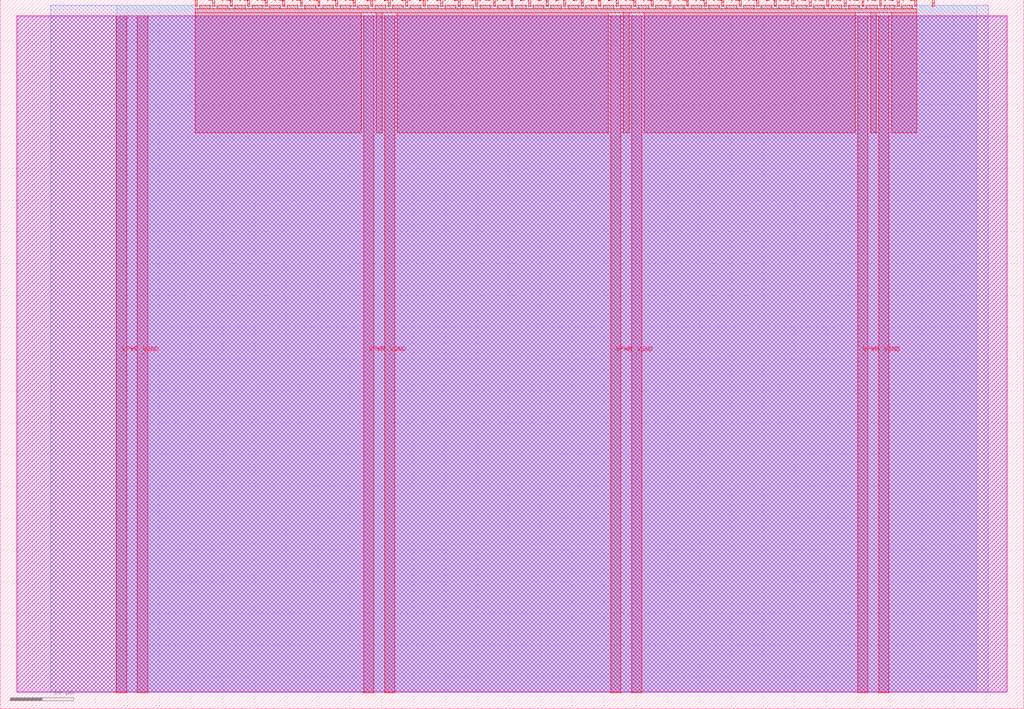
<source format=lef>
VERSION 5.7 ;
  NOWIREEXTENSIONATPIN ON ;
  DIVIDERCHAR "/" ;
  BUSBITCHARS "[]" ;
MACRO tt_um_uart_mvm_sys
  CLASS BLOCK ;
  FOREIGN tt_um_uart_mvm_sys ;
  ORIGIN 0.000 0.000 ;
  SIZE 161.000 BY 111.520 ;
  PIN VGND
    DIRECTION INOUT ;
    USE GROUND ;
    PORT
      LAYER met4 ;
        RECT 21.580 2.480 23.180 109.040 ;
    END
    PORT
      LAYER met4 ;
        RECT 60.450 2.480 62.050 109.040 ;
    END
    PORT
      LAYER met4 ;
        RECT 99.320 2.480 100.920 109.040 ;
    END
    PORT
      LAYER met4 ;
        RECT 138.190 2.480 139.790 109.040 ;
    END
  END VGND
  PIN VPWR
    DIRECTION INOUT ;
    USE POWER ;
    PORT
      LAYER met4 ;
        RECT 18.280 2.480 19.880 109.040 ;
    END
    PORT
      LAYER met4 ;
        RECT 57.150 2.480 58.750 109.040 ;
    END
    PORT
      LAYER met4 ;
        RECT 96.020 2.480 97.620 109.040 ;
    END
    PORT
      LAYER met4 ;
        RECT 134.890 2.480 136.490 109.040 ;
    END
  END VPWR
  PIN clk
    DIRECTION INPUT ;
    USE SIGNAL ;
    ANTENNAGATEAREA 0.852000 ;
    PORT
      LAYER met4 ;
        RECT 143.830 110.520 144.130 111.520 ;
    END
  END clk
  PIN ena
    DIRECTION INPUT ;
    USE SIGNAL ;
    PORT
      LAYER met4 ;
        RECT 146.590 110.520 146.890 111.520 ;
    END
  END ena
  PIN rst_n
    DIRECTION INPUT ;
    USE SIGNAL ;
    ANTENNAGATEAREA 0.196500 ;
    PORT
      LAYER met4 ;
        RECT 141.070 110.520 141.370 111.520 ;
    END
  END rst_n
  PIN ui_in[0]
    DIRECTION INPUT ;
    USE SIGNAL ;
    ANTENNAGATEAREA 0.196500 ;
    PORT
      LAYER met4 ;
        RECT 138.310 110.520 138.610 111.520 ;
    END
  END ui_in[0]
  PIN ui_in[1]
    DIRECTION INPUT ;
    USE SIGNAL ;
    PORT
      LAYER met4 ;
        RECT 135.550 110.520 135.850 111.520 ;
    END
  END ui_in[1]
  PIN ui_in[2]
    DIRECTION INPUT ;
    USE SIGNAL ;
    PORT
      LAYER met4 ;
        RECT 132.790 110.520 133.090 111.520 ;
    END
  END ui_in[2]
  PIN ui_in[3]
    DIRECTION INPUT ;
    USE SIGNAL ;
    PORT
      LAYER met4 ;
        RECT 130.030 110.520 130.330 111.520 ;
    END
  END ui_in[3]
  PIN ui_in[4]
    DIRECTION INPUT ;
    USE SIGNAL ;
    PORT
      LAYER met4 ;
        RECT 127.270 110.520 127.570 111.520 ;
    END
  END ui_in[4]
  PIN ui_in[5]
    DIRECTION INPUT ;
    USE SIGNAL ;
    PORT
      LAYER met4 ;
        RECT 124.510 110.520 124.810 111.520 ;
    END
  END ui_in[5]
  PIN ui_in[6]
    DIRECTION INPUT ;
    USE SIGNAL ;
    PORT
      LAYER met4 ;
        RECT 121.750 110.520 122.050 111.520 ;
    END
  END ui_in[6]
  PIN ui_in[7]
    DIRECTION INPUT ;
    USE SIGNAL ;
    PORT
      LAYER met4 ;
        RECT 118.990 110.520 119.290 111.520 ;
    END
  END ui_in[7]
  PIN uio_in[0]
    DIRECTION INPUT ;
    USE SIGNAL ;
    PORT
      LAYER met4 ;
        RECT 116.230 110.520 116.530 111.520 ;
    END
  END uio_in[0]
  PIN uio_in[1]
    DIRECTION INPUT ;
    USE SIGNAL ;
    PORT
      LAYER met4 ;
        RECT 113.470 110.520 113.770 111.520 ;
    END
  END uio_in[1]
  PIN uio_in[2]
    DIRECTION INPUT ;
    USE SIGNAL ;
    PORT
      LAYER met4 ;
        RECT 110.710 110.520 111.010 111.520 ;
    END
  END uio_in[2]
  PIN uio_in[3]
    DIRECTION INPUT ;
    USE SIGNAL ;
    PORT
      LAYER met4 ;
        RECT 107.950 110.520 108.250 111.520 ;
    END
  END uio_in[3]
  PIN uio_in[4]
    DIRECTION INPUT ;
    USE SIGNAL ;
    PORT
      LAYER met4 ;
        RECT 105.190 110.520 105.490 111.520 ;
    END
  END uio_in[4]
  PIN uio_in[5]
    DIRECTION INPUT ;
    USE SIGNAL ;
    PORT
      LAYER met4 ;
        RECT 102.430 110.520 102.730 111.520 ;
    END
  END uio_in[5]
  PIN uio_in[6]
    DIRECTION INPUT ;
    USE SIGNAL ;
    PORT
      LAYER met4 ;
        RECT 99.670 110.520 99.970 111.520 ;
    END
  END uio_in[6]
  PIN uio_in[7]
    DIRECTION INPUT ;
    USE SIGNAL ;
    PORT
      LAYER met4 ;
        RECT 96.910 110.520 97.210 111.520 ;
    END
  END uio_in[7]
  PIN uio_oe[0]
    DIRECTION OUTPUT ;
    USE SIGNAL ;
    PORT
      LAYER met4 ;
        RECT 49.990 110.520 50.290 111.520 ;
    END
  END uio_oe[0]
  PIN uio_oe[1]
    DIRECTION OUTPUT ;
    USE SIGNAL ;
    PORT
      LAYER met4 ;
        RECT 47.230 110.520 47.530 111.520 ;
    END
  END uio_oe[1]
  PIN uio_oe[2]
    DIRECTION OUTPUT ;
    USE SIGNAL ;
    PORT
      LAYER met4 ;
        RECT 44.470 110.520 44.770 111.520 ;
    END
  END uio_oe[2]
  PIN uio_oe[3]
    DIRECTION OUTPUT ;
    USE SIGNAL ;
    PORT
      LAYER met4 ;
        RECT 41.710 110.520 42.010 111.520 ;
    END
  END uio_oe[3]
  PIN uio_oe[4]
    DIRECTION OUTPUT ;
    USE SIGNAL ;
    PORT
      LAYER met4 ;
        RECT 38.950 110.520 39.250 111.520 ;
    END
  END uio_oe[4]
  PIN uio_oe[5]
    DIRECTION OUTPUT ;
    USE SIGNAL ;
    PORT
      LAYER met4 ;
        RECT 36.190 110.520 36.490 111.520 ;
    END
  END uio_oe[5]
  PIN uio_oe[6]
    DIRECTION OUTPUT ;
    USE SIGNAL ;
    PORT
      LAYER met4 ;
        RECT 33.430 110.520 33.730 111.520 ;
    END
  END uio_oe[6]
  PIN uio_oe[7]
    DIRECTION OUTPUT ;
    USE SIGNAL ;
    PORT
      LAYER met4 ;
        RECT 30.670 110.520 30.970 111.520 ;
    END
  END uio_oe[7]
  PIN uio_out[0]
    DIRECTION OUTPUT ;
    USE SIGNAL ;
    PORT
      LAYER met4 ;
        RECT 72.070 110.520 72.370 111.520 ;
    END
  END uio_out[0]
  PIN uio_out[1]
    DIRECTION OUTPUT ;
    USE SIGNAL ;
    PORT
      LAYER met4 ;
        RECT 69.310 110.520 69.610 111.520 ;
    END
  END uio_out[1]
  PIN uio_out[2]
    DIRECTION OUTPUT ;
    USE SIGNAL ;
    PORT
      LAYER met4 ;
        RECT 66.550 110.520 66.850 111.520 ;
    END
  END uio_out[2]
  PIN uio_out[3]
    DIRECTION OUTPUT ;
    USE SIGNAL ;
    PORT
      LAYER met4 ;
        RECT 63.790 110.520 64.090 111.520 ;
    END
  END uio_out[3]
  PIN uio_out[4]
    DIRECTION OUTPUT ;
    USE SIGNAL ;
    PORT
      LAYER met4 ;
        RECT 61.030 110.520 61.330 111.520 ;
    END
  END uio_out[4]
  PIN uio_out[5]
    DIRECTION OUTPUT ;
    USE SIGNAL ;
    PORT
      LAYER met4 ;
        RECT 58.270 110.520 58.570 111.520 ;
    END
  END uio_out[5]
  PIN uio_out[6]
    DIRECTION OUTPUT ;
    USE SIGNAL ;
    PORT
      LAYER met4 ;
        RECT 55.510 110.520 55.810 111.520 ;
    END
  END uio_out[6]
  PIN uio_out[7]
    DIRECTION OUTPUT ;
    USE SIGNAL ;
    PORT
      LAYER met4 ;
        RECT 52.750 110.520 53.050 111.520 ;
    END
  END uio_out[7]
  PIN uo_out[0]
    DIRECTION OUTPUT ;
    USE SIGNAL ;
    ANTENNADIFFAREA 0.445500 ;
    PORT
      LAYER met4 ;
        RECT 94.150 110.520 94.450 111.520 ;
    END
  END uo_out[0]
  PIN uo_out[1]
    DIRECTION OUTPUT ;
    USE SIGNAL ;
    PORT
      LAYER met4 ;
        RECT 91.390 110.520 91.690 111.520 ;
    END
  END uo_out[1]
  PIN uo_out[2]
    DIRECTION OUTPUT ;
    USE SIGNAL ;
    PORT
      LAYER met4 ;
        RECT 88.630 110.520 88.930 111.520 ;
    END
  END uo_out[2]
  PIN uo_out[3]
    DIRECTION OUTPUT ;
    USE SIGNAL ;
    PORT
      LAYER met4 ;
        RECT 85.870 110.520 86.170 111.520 ;
    END
  END uo_out[3]
  PIN uo_out[4]
    DIRECTION OUTPUT ;
    USE SIGNAL ;
    PORT
      LAYER met4 ;
        RECT 83.110 110.520 83.410 111.520 ;
    END
  END uo_out[4]
  PIN uo_out[5]
    DIRECTION OUTPUT ;
    USE SIGNAL ;
    PORT
      LAYER met4 ;
        RECT 80.350 110.520 80.650 111.520 ;
    END
  END uo_out[5]
  PIN uo_out[6]
    DIRECTION OUTPUT ;
    USE SIGNAL ;
    PORT
      LAYER met4 ;
        RECT 77.590 110.520 77.890 111.520 ;
    END
  END uo_out[6]
  PIN uo_out[7]
    DIRECTION OUTPUT ;
    USE SIGNAL ;
    PORT
      LAYER met4 ;
        RECT 74.830 110.520 75.130 111.520 ;
    END
  END uo_out[7]
  OBS
      LAYER nwell ;
        RECT 2.570 2.635 158.430 108.990 ;
      LAYER li1 ;
        RECT 2.760 2.635 158.240 108.885 ;
      LAYER met1 ;
        RECT 2.760 2.480 158.240 109.040 ;
      LAYER met2 ;
        RECT 7.920 2.535 155.380 110.685 ;
      LAYER met3 ;
        RECT 18.290 2.555 153.575 110.665 ;
      LAYER met4 ;
        RECT 31.370 110.120 33.030 110.665 ;
        RECT 34.130 110.120 35.790 110.665 ;
        RECT 36.890 110.120 38.550 110.665 ;
        RECT 39.650 110.120 41.310 110.665 ;
        RECT 42.410 110.120 44.070 110.665 ;
        RECT 45.170 110.120 46.830 110.665 ;
        RECT 47.930 110.120 49.590 110.665 ;
        RECT 50.690 110.120 52.350 110.665 ;
        RECT 53.450 110.120 55.110 110.665 ;
        RECT 56.210 110.120 57.870 110.665 ;
        RECT 58.970 110.120 60.630 110.665 ;
        RECT 61.730 110.120 63.390 110.665 ;
        RECT 64.490 110.120 66.150 110.665 ;
        RECT 67.250 110.120 68.910 110.665 ;
        RECT 70.010 110.120 71.670 110.665 ;
        RECT 72.770 110.120 74.430 110.665 ;
        RECT 75.530 110.120 77.190 110.665 ;
        RECT 78.290 110.120 79.950 110.665 ;
        RECT 81.050 110.120 82.710 110.665 ;
        RECT 83.810 110.120 85.470 110.665 ;
        RECT 86.570 110.120 88.230 110.665 ;
        RECT 89.330 110.120 90.990 110.665 ;
        RECT 92.090 110.120 93.750 110.665 ;
        RECT 94.850 110.120 96.510 110.665 ;
        RECT 97.610 110.120 99.270 110.665 ;
        RECT 100.370 110.120 102.030 110.665 ;
        RECT 103.130 110.120 104.790 110.665 ;
        RECT 105.890 110.120 107.550 110.665 ;
        RECT 108.650 110.120 110.310 110.665 ;
        RECT 111.410 110.120 113.070 110.665 ;
        RECT 114.170 110.120 115.830 110.665 ;
        RECT 116.930 110.120 118.590 110.665 ;
        RECT 119.690 110.120 121.350 110.665 ;
        RECT 122.450 110.120 124.110 110.665 ;
        RECT 125.210 110.120 126.870 110.665 ;
        RECT 127.970 110.120 129.630 110.665 ;
        RECT 130.730 110.120 132.390 110.665 ;
        RECT 133.490 110.120 135.150 110.665 ;
        RECT 136.250 110.120 137.910 110.665 ;
        RECT 139.010 110.120 140.670 110.665 ;
        RECT 141.770 110.120 143.430 110.665 ;
        RECT 30.655 109.440 144.145 110.120 ;
        RECT 30.655 90.615 56.750 109.440 ;
        RECT 59.150 90.615 60.050 109.440 ;
        RECT 62.450 90.615 95.620 109.440 ;
        RECT 98.020 90.615 98.920 109.440 ;
        RECT 101.320 90.615 134.490 109.440 ;
        RECT 136.890 90.615 137.790 109.440 ;
        RECT 140.190 90.615 144.145 109.440 ;
  END
END tt_um_uart_mvm_sys
END LIBRARY


</source>
